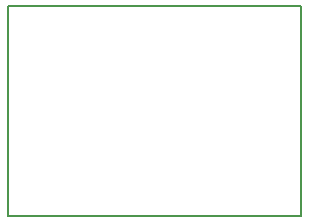
<source format=gbr>
G04 #@! TF.GenerationSoftware,KiCad,Pcbnew,(5.0.2)-1*
G04 #@! TF.CreationDate,2019-01-13T21:29:39+01:00*
G04 #@! TF.ProjectId,opi_nrf24,6f70695f-6e72-4663-9234-2e6b69636164,rev?*
G04 #@! TF.SameCoordinates,Original*
G04 #@! TF.FileFunction,Profile,NP*
%FSLAX46Y46*%
G04 Gerber Fmt 4.6, Leading zero omitted, Abs format (unit mm)*
G04 Created by KiCad (PCBNEW (5.0.2)-1) date 13/01/2019 21:29:39*
%MOMM*%
%LPD*%
G01*
G04 APERTURE LIST*
%ADD10C,0.150000*%
G04 APERTURE END LIST*
D10*
X199390000Y-72390000D02*
X199390000Y-74295000D01*
X174625000Y-74295000D02*
X174625000Y-72390000D01*
X199390000Y-72390000D02*
X174625000Y-72390000D01*
X199390000Y-90170000D02*
X199390000Y-74295000D01*
X197485000Y-90170000D02*
X199390000Y-90170000D01*
X174625000Y-90170000D02*
X197485000Y-90170000D01*
X174625000Y-74295000D02*
X174625000Y-90170000D01*
M02*

</source>
